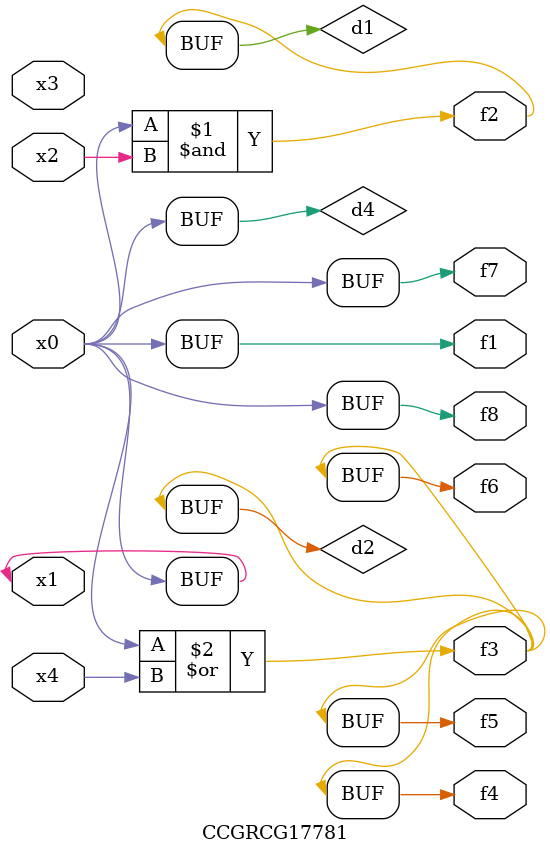
<source format=v>
module CCGRCG17781(
	input x0, x1, x2, x3, x4,
	output f1, f2, f3, f4, f5, f6, f7, f8
);

	wire d1, d2, d3, d4;

	and (d1, x0, x2);
	or (d2, x0, x4);
	nand (d3, x0, x2);
	buf (d4, x0, x1);
	assign f1 = d4;
	assign f2 = d1;
	assign f3 = d2;
	assign f4 = d2;
	assign f5 = d2;
	assign f6 = d2;
	assign f7 = d4;
	assign f8 = d4;
endmodule

</source>
